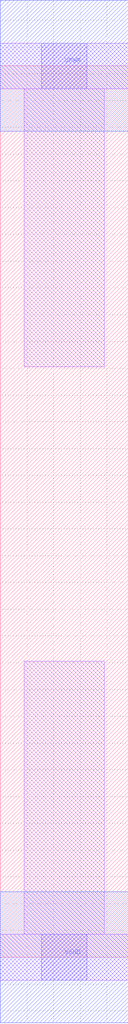
<source format=lef>
# Copyright 2020 The SkyWater PDK Authors
#
# Licensed under the Apache License, Version 2.0 (the "License");
# you may not use this file except in compliance with the License.
# You may obtain a copy of the License at
#
#     https://www.apache.org/licenses/LICENSE-2.0
#
# Unless required by applicable law or agreed to in writing, software
# distributed under the License is distributed on an "AS IS" BASIS,
# WITHOUT WARRANTIES OR CONDITIONS OF ANY KIND, either express or implied.
# See the License for the specific language governing permissions and
# limitations under the License.
#
# SPDX-License-Identifier: Apache-2.0

VERSION 5.5 ;
NAMESCASESENSITIVE ON ;
BUSBITCHARS "[]" ;
DIVIDERCHAR "/" ;
MACRO sky130_fd_sc_hs__tapvpwrvgnd_1
  CLASS CORE ;
  SOURCE USER ;
  ORIGIN  0.000000  0.000000 ;
  SIZE  0.480000 BY  3.330000 ;
  SYMMETRY X Y ;
  SITE unit ;
  PIN VGND
    DIRECTION INOUT ;
    USE GROUND ;
    PORT
      LAYER met1 ;
        RECT 0.000000 -0.245000 0.480000 0.245000 ;
    END
  END VGND
  PIN VPWR
    DIRECTION INOUT ;
    USE POWER ;
    PORT
      LAYER met1 ;
        RECT 0.000000 3.085000 0.480000 3.575000 ;
    END
  END VPWR
  OBS
    LAYER li1 ;
      RECT 0.000000 -0.085000 0.480000 0.085000 ;
      RECT 0.000000  3.245000 0.480000 3.415000 ;
      RECT 0.090000  0.085000 0.390000 1.105000 ;
      RECT 0.090000  2.205000 0.390000 3.245000 ;
    LAYER mcon ;
      RECT 0.155000 -0.085000 0.325000 0.085000 ;
      RECT 0.155000  3.245000 0.325000 3.415000 ;
  END
END sky130_fd_sc_hs__tapvpwrvgnd_1
END LIBRARY

</source>
